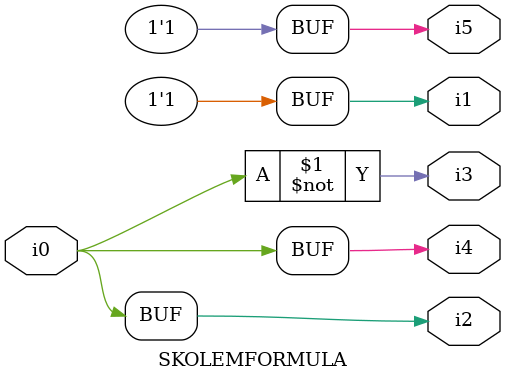
<source format=v>

module SKOLEMFORMULA ( 
    i0,
    i1, i2, i3, i4, i5  );
  input  i0;
  output i1, i2, i3, i4, i5;
  assign i1 = 1'b1;
  assign i5 = 1'b1;
  assign i3 = ~i0;
  assign i2 = i0;
  assign i4 = i0;
endmodule



</source>
